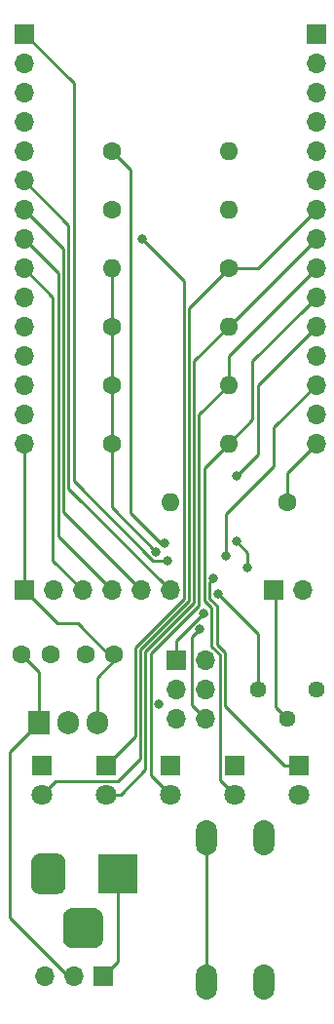
<source format=gbr>
G04 #@! TF.GenerationSoftware,KiCad,Pcbnew,(5.1.5-0)*
G04 #@! TF.CreationDate,2021-12-18T14:01:16-07:00*
G04 #@! TF.ProjectId,starman,73746172-6d61-46e2-9e6b-696361645f70,rev?*
G04 #@! TF.SameCoordinates,Original*
G04 #@! TF.FileFunction,Copper,L1,Top*
G04 #@! TF.FilePolarity,Positive*
%FSLAX46Y46*%
G04 Gerber Fmt 4.6, Leading zero omitted, Abs format (unit mm)*
G04 Created by KiCad (PCBNEW (5.1.5-0)) date 2021-12-18 14:01:16*
%MOMM*%
%LPD*%
G04 APERTURE LIST*
%ADD10C,1.800000*%
%ADD11R,1.800000X1.800000*%
%ADD12C,1.440000*%
%ADD13O,1.600000X1.600000*%
%ADD14C,1.600000*%
%ADD15O,1.700000X1.700000*%
%ADD16R,1.700000X1.700000*%
%ADD17O,1.850000X3.048000*%
%ADD18O,1.905000X2.000000*%
%ADD19R,1.905000X2.000000*%
%ADD20C,0.100000*%
%ADD21R,3.500000X3.500000*%
%ADD22C,0.800000*%
%ADD23C,0.250000*%
G04 APERTURE END LIST*
D10*
X116840000Y-129540000D03*
D11*
X116840000Y-127000000D03*
D12*
X124460000Y-120396000D03*
X127000000Y-122936000D03*
X129540000Y-120396000D03*
D13*
X116840000Y-104140000D03*
D14*
X127000000Y-104140000D03*
D13*
X121920000Y-78740000D03*
D14*
X111760000Y-78740000D03*
D13*
X111760000Y-83820000D03*
D14*
X121920000Y-83820000D03*
D13*
X121920000Y-88900000D03*
D14*
X111760000Y-88900000D03*
D13*
X121920000Y-93980000D03*
D14*
X111760000Y-93980000D03*
D13*
X121920000Y-99060000D03*
D14*
X111760000Y-99060000D03*
D13*
X121920000Y-73660000D03*
D14*
X111760000Y-73660000D03*
D15*
X129540000Y-99060000D03*
X129540000Y-96520000D03*
X129540000Y-93980000D03*
X129540000Y-91440000D03*
X129540000Y-88900000D03*
X129540000Y-86360000D03*
X129540000Y-83820000D03*
X129540000Y-81280000D03*
X129540000Y-78740000D03*
X129540000Y-76200000D03*
X129540000Y-73660000D03*
X129540000Y-71120000D03*
X129540000Y-68580000D03*
X129540000Y-66040000D03*
D16*
X129540000Y-63500000D03*
D15*
X104140000Y-99060000D03*
X104140000Y-96520000D03*
X104140000Y-93980000D03*
X104140000Y-91440000D03*
X104140000Y-88900000D03*
X104140000Y-86360000D03*
X104140000Y-83820000D03*
X104140000Y-81280000D03*
X104140000Y-78740000D03*
X104140000Y-76200000D03*
X104140000Y-73660000D03*
X104140000Y-71120000D03*
X104140000Y-68580000D03*
X104140000Y-66040000D03*
D16*
X104140000Y-63500000D03*
D10*
X128016000Y-129540000D03*
D11*
X128016000Y-127000000D03*
D10*
X105664000Y-129540000D03*
D11*
X105664000Y-127000000D03*
D10*
X111252000Y-129540000D03*
D11*
X111252000Y-127000000D03*
D10*
X122428000Y-129540000D03*
D11*
X122428000Y-127000000D03*
D17*
X125015000Y-145796000D03*
X120015000Y-145796000D03*
X125015000Y-133296000D03*
X120015000Y-133296000D03*
D14*
X109474000Y-117348000D03*
X111974000Y-117348000D03*
X103926000Y-117348000D03*
X106426000Y-117348000D03*
D18*
X110490000Y-123317000D03*
X107950000Y-123317000D03*
D19*
X105410000Y-123317000D03*
D15*
X105918000Y-145288000D03*
X108458000Y-145288000D03*
D16*
X110998000Y-145288000D03*
D15*
X128397000Y-111760000D03*
D16*
X125857000Y-111760000D03*
D15*
X116840000Y-111760000D03*
X114300000Y-111760000D03*
X111760000Y-111760000D03*
X109220000Y-111760000D03*
X106680000Y-111760000D03*
D16*
X104140000Y-111760000D03*
D15*
X119888000Y-122936000D03*
X117348000Y-122936000D03*
X119888000Y-120396000D03*
X117348000Y-120396000D03*
X119888000Y-117856000D03*
D16*
X117348000Y-117856000D03*
G04 #@! TA.AperFunction,ComponentPad*
D20*
G36*
X110228765Y-139352213D02*
G01*
X110313704Y-139364813D01*
X110396999Y-139385677D01*
X110477848Y-139414605D01*
X110555472Y-139451319D01*
X110629124Y-139495464D01*
X110698094Y-139546616D01*
X110761718Y-139604282D01*
X110819384Y-139667906D01*
X110870536Y-139736876D01*
X110914681Y-139810528D01*
X110951395Y-139888152D01*
X110980323Y-139969001D01*
X111001187Y-140052296D01*
X111013787Y-140137235D01*
X111018000Y-140223000D01*
X111018000Y-141973000D01*
X111013787Y-142058765D01*
X111001187Y-142143704D01*
X110980323Y-142226999D01*
X110951395Y-142307848D01*
X110914681Y-142385472D01*
X110870536Y-142459124D01*
X110819384Y-142528094D01*
X110761718Y-142591718D01*
X110698094Y-142649384D01*
X110629124Y-142700536D01*
X110555472Y-142744681D01*
X110477848Y-142781395D01*
X110396999Y-142810323D01*
X110313704Y-142831187D01*
X110228765Y-142843787D01*
X110143000Y-142848000D01*
X108393000Y-142848000D01*
X108307235Y-142843787D01*
X108222296Y-142831187D01*
X108139001Y-142810323D01*
X108058152Y-142781395D01*
X107980528Y-142744681D01*
X107906876Y-142700536D01*
X107837906Y-142649384D01*
X107774282Y-142591718D01*
X107716616Y-142528094D01*
X107665464Y-142459124D01*
X107621319Y-142385472D01*
X107584605Y-142307848D01*
X107555677Y-142226999D01*
X107534813Y-142143704D01*
X107522213Y-142058765D01*
X107518000Y-141973000D01*
X107518000Y-140223000D01*
X107522213Y-140137235D01*
X107534813Y-140052296D01*
X107555677Y-139969001D01*
X107584605Y-139888152D01*
X107621319Y-139810528D01*
X107665464Y-139736876D01*
X107716616Y-139667906D01*
X107774282Y-139604282D01*
X107837906Y-139546616D01*
X107906876Y-139495464D01*
X107980528Y-139451319D01*
X108058152Y-139414605D01*
X108139001Y-139385677D01*
X108222296Y-139364813D01*
X108307235Y-139352213D01*
X108393000Y-139348000D01*
X110143000Y-139348000D01*
X110228765Y-139352213D01*
G37*
G04 #@! TD.AperFunction*
G04 #@! TA.AperFunction,ComponentPad*
G36*
X107091513Y-134651611D02*
G01*
X107164318Y-134662411D01*
X107235714Y-134680295D01*
X107305013Y-134705090D01*
X107371548Y-134736559D01*
X107434678Y-134774398D01*
X107493795Y-134818242D01*
X107548330Y-134867670D01*
X107597758Y-134922205D01*
X107641602Y-134981322D01*
X107679441Y-135044452D01*
X107710910Y-135110987D01*
X107735705Y-135180286D01*
X107753589Y-135251682D01*
X107764389Y-135324487D01*
X107768000Y-135398000D01*
X107768000Y-137398000D01*
X107764389Y-137471513D01*
X107753589Y-137544318D01*
X107735705Y-137615714D01*
X107710910Y-137685013D01*
X107679441Y-137751548D01*
X107641602Y-137814678D01*
X107597758Y-137873795D01*
X107548330Y-137928330D01*
X107493795Y-137977758D01*
X107434678Y-138021602D01*
X107371548Y-138059441D01*
X107305013Y-138090910D01*
X107235714Y-138115705D01*
X107164318Y-138133589D01*
X107091513Y-138144389D01*
X107018000Y-138148000D01*
X105518000Y-138148000D01*
X105444487Y-138144389D01*
X105371682Y-138133589D01*
X105300286Y-138115705D01*
X105230987Y-138090910D01*
X105164452Y-138059441D01*
X105101322Y-138021602D01*
X105042205Y-137977758D01*
X104987670Y-137928330D01*
X104938242Y-137873795D01*
X104894398Y-137814678D01*
X104856559Y-137751548D01*
X104825090Y-137685013D01*
X104800295Y-137615714D01*
X104782411Y-137544318D01*
X104771611Y-137471513D01*
X104768000Y-137398000D01*
X104768000Y-135398000D01*
X104771611Y-135324487D01*
X104782411Y-135251682D01*
X104800295Y-135180286D01*
X104825090Y-135110987D01*
X104856559Y-135044452D01*
X104894398Y-134981322D01*
X104938242Y-134922205D01*
X104987670Y-134867670D01*
X105042205Y-134818242D01*
X105101322Y-134774398D01*
X105164452Y-134736559D01*
X105230987Y-134705090D01*
X105300286Y-134680295D01*
X105371682Y-134662411D01*
X105444487Y-134651611D01*
X105518000Y-134648000D01*
X107018000Y-134648000D01*
X107091513Y-134651611D01*
G37*
G04 #@! TD.AperFunction*
D21*
X112268000Y-136398000D03*
D22*
X116324521Y-107703483D03*
X120602447Y-110728053D03*
X115867033Y-121666000D03*
X119380000Y-115189000D03*
X121719312Y-108784345D03*
X122645010Y-101854000D03*
X122589724Y-107540224D03*
X123571000Y-109855000D03*
X116586000Y-109220000D03*
X119711115Y-113809864D03*
X115637022Y-108429684D03*
X120990088Y-112141000D03*
X114390010Y-81280000D03*
D23*
X128690001Y-87209999D02*
X129540000Y-86360000D01*
X124015500Y-91884500D02*
X128690001Y-87209999D01*
X121920000Y-99060000D02*
X124015500Y-96964500D01*
X124015500Y-96964500D02*
X124015500Y-91884500D01*
X120453989Y-113316013D02*
X120453989Y-116682988D01*
X121158000Y-117386999D02*
X121158000Y-121598400D01*
X121158000Y-121598400D02*
X121163432Y-121603832D01*
X119815045Y-112677069D02*
X120453989Y-113316013D01*
X121920000Y-99060000D02*
X119815045Y-101164955D01*
X119815045Y-101164955D02*
X119815045Y-112677069D01*
X121528001Y-128640001D02*
X122428000Y-129540000D01*
X121163432Y-121603832D02*
X121163432Y-128275432D01*
X121163432Y-128275432D02*
X121528001Y-128640001D01*
X120453989Y-116682988D02*
X121158000Y-117386999D01*
X113411000Y-75311000D02*
X111760000Y-73660000D01*
X113411000Y-105068231D02*
X113411000Y-75311000D01*
X116046252Y-107703483D02*
X113411000Y-105068231D01*
X116324521Y-107703483D02*
X116046252Y-107703483D01*
X120904000Y-113129613D02*
X120265056Y-112490669D01*
X120265056Y-112490669D02*
X120265056Y-111417217D01*
X126746000Y-127000000D02*
X121613443Y-121867441D01*
X128016000Y-127000000D02*
X126746000Y-127000000D01*
X120904000Y-116496588D02*
X120904000Y-113129613D01*
X121613443Y-117206031D02*
X120904000Y-116496588D01*
X121613443Y-121867441D02*
X121613443Y-117206031D01*
X120265056Y-111065444D02*
X120602447Y-110728053D01*
X120265056Y-111417217D02*
X120265056Y-111065444D01*
X121920000Y-91440000D02*
X129540000Y-83820000D01*
X121920000Y-93980000D02*
X121920000Y-91440000D01*
X119365034Y-113082941D02*
X115142033Y-117305942D01*
X115142033Y-117305942D02*
X115142033Y-127842033D01*
X115142033Y-127842033D02*
X116840000Y-129540000D01*
X121920000Y-93980000D02*
X119365034Y-96534966D01*
X119365034Y-96534966D02*
X119365034Y-113082941D01*
X121920000Y-88900000D02*
X129540000Y-81280000D01*
X112524792Y-129540000D02*
X111252000Y-129540000D01*
X121920000Y-88900000D02*
X118915023Y-91904977D01*
X118915023Y-91904977D02*
X118915023Y-112896541D01*
X118915023Y-112896541D02*
X114692022Y-117119542D01*
X114692022Y-117119542D02*
X114692022Y-127372770D01*
X114692022Y-127372770D02*
X112524792Y-129540000D01*
X124460000Y-83820000D02*
X129540000Y-78740000D01*
X121920000Y-83820000D02*
X124460000Y-83820000D01*
X112322003Y-128314999D02*
X106889001Y-128314999D01*
X114242011Y-116933142D02*
X114242011Y-126394991D01*
X121920000Y-83820000D02*
X118465012Y-87274988D01*
X118465012Y-87274988D02*
X118465012Y-112710141D01*
X118465012Y-112710141D02*
X114242011Y-116933142D01*
X114242011Y-126394991D02*
X112322003Y-128314999D01*
X106889001Y-128314999D02*
X105664000Y-129540000D01*
X112268000Y-143256000D02*
X112268000Y-136398000D01*
X110998000Y-145288000D02*
X112268000Y-144018000D01*
X112268000Y-144018000D02*
X112268000Y-143256000D01*
X118712999Y-115856001D02*
X119380000Y-115189000D01*
X118712999Y-121760999D02*
X118712999Y-115856001D01*
X119888000Y-122936000D02*
X118712999Y-121760999D01*
X129540000Y-93980000D02*
X125857000Y-97663000D01*
X121719312Y-105164073D02*
X121719312Y-108784345D01*
X125857000Y-97663000D02*
X125857000Y-101026385D01*
X125857000Y-101026385D02*
X121719312Y-105164073D01*
X116840000Y-111760000D02*
X108007989Y-102927989D01*
X108007989Y-80067989D02*
X104140000Y-76200000D01*
X108007989Y-102927989D02*
X108007989Y-80067989D01*
X107557978Y-82157978D02*
X104140000Y-78740000D01*
X114300000Y-111760000D02*
X107557978Y-105017978D01*
X107557978Y-105017978D02*
X107557978Y-82157978D01*
X107107967Y-84247967D02*
X104140000Y-81280000D01*
X107107967Y-107107967D02*
X107107967Y-84247967D01*
X111760000Y-111760000D02*
X107107967Y-107107967D01*
X106657956Y-109197956D02*
X106657956Y-86337956D01*
X109220000Y-111760000D02*
X106657956Y-109197956D01*
X106657956Y-86337956D02*
X104140000Y-83820000D01*
X129540000Y-88900000D02*
X124465511Y-93974489D01*
X124465511Y-100033499D02*
X122645010Y-101854000D01*
X124465511Y-93974489D02*
X124465511Y-100033499D01*
X120015000Y-133296000D02*
X120015000Y-145796000D01*
X122589724Y-107540224D02*
X123571000Y-108521500D01*
X123571000Y-108521500D02*
X123571000Y-109855000D01*
X115385315Y-109220000D02*
X116586000Y-109220000D01*
X108458000Y-67776000D02*
X108458000Y-102292685D01*
X108458000Y-102292685D02*
X115385315Y-109220000D01*
X104140000Y-63500000D02*
X104182000Y-63500000D01*
X104182000Y-63500000D02*
X108458000Y-67776000D01*
X119905862Y-113809864D02*
X119711115Y-113809864D01*
X117348000Y-116172979D02*
X119711115Y-113809864D01*
X119998715Y-113902717D02*
X119905862Y-113809864D01*
X117348000Y-117856000D02*
X117348000Y-116172979D01*
X127000000Y-101600000D02*
X129540000Y-99060000D01*
X127000000Y-104140000D02*
X127000000Y-101600000D01*
X104140000Y-111760000D02*
X104140000Y-104140000D01*
X104140000Y-104140000D02*
X104140000Y-99060000D01*
X107061000Y-114681000D02*
X104140000Y-111760000D01*
X108799000Y-114681000D02*
X107061000Y-114681000D01*
X111974000Y-117856000D02*
X108799000Y-114681000D01*
X110490000Y-119340000D02*
X111974000Y-117856000D01*
X110490000Y-123317000D02*
X110490000Y-119340000D01*
X125984000Y-121920000D02*
X127000000Y-122936000D01*
X125984000Y-111760000D02*
X125984000Y-121920000D01*
X111760000Y-104552662D02*
X111760000Y-99060000D01*
X115637022Y-108429684D02*
X111760000Y-104552662D01*
X111760000Y-99060000D02*
X111760000Y-83820000D01*
X124460000Y-120396000D02*
X124460000Y-115610912D01*
X124460000Y-115610912D02*
X120990088Y-112141000D01*
X103926000Y-117348000D02*
X103886000Y-117388000D01*
X105410000Y-118832000D02*
X103926000Y-117348000D01*
X105410000Y-123317000D02*
X105410000Y-118832000D01*
X105410000Y-123414250D02*
X105410000Y-123317000D01*
X105156000Y-123571000D02*
X105410000Y-123317000D01*
X102870000Y-140208000D02*
X102870000Y-125857000D01*
X107950000Y-145288000D02*
X102870000Y-140208000D01*
X102870000Y-125857000D02*
X105410000Y-123317000D01*
X108458000Y-145288000D02*
X107950000Y-145288000D01*
X118015001Y-84904991D02*
X118015001Y-112523741D01*
X114390010Y-81280000D02*
X118015001Y-84904991D01*
X118015001Y-112523741D02*
X113792000Y-116746742D01*
X113792000Y-124460000D02*
X111252000Y-127000000D01*
X113792000Y-116746742D02*
X113792000Y-124460000D01*
M02*

</source>
